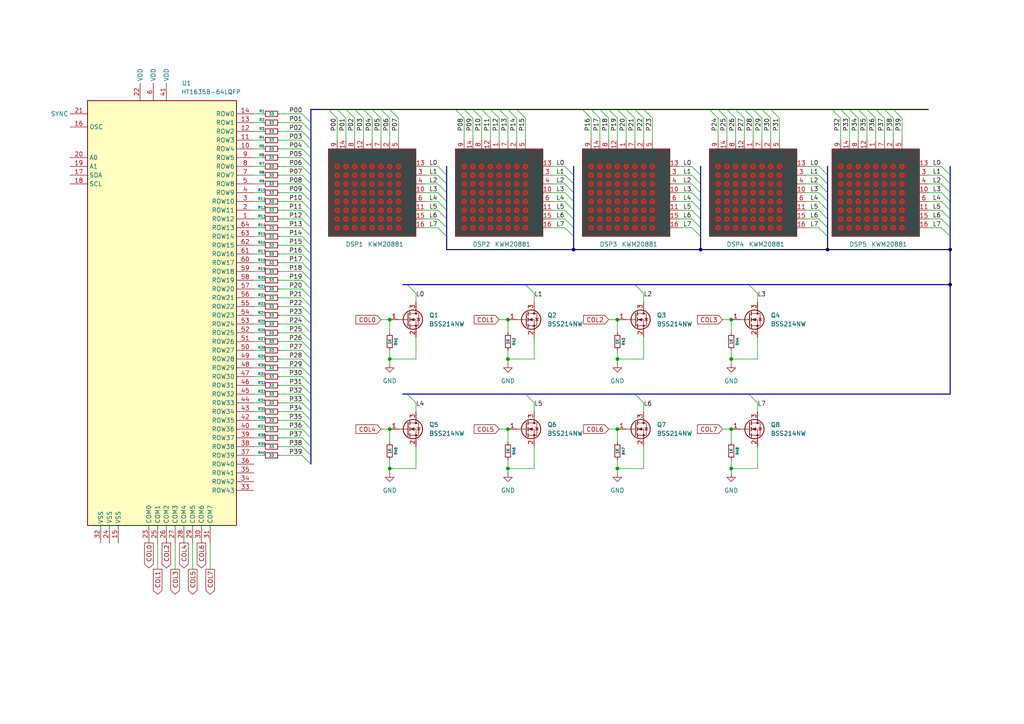
<source format=kicad_sch>
(kicad_sch (version 20250114) (generator "eeschema") (generator_version "9.0")
  (paper "A4")
  (lib_symbols
    (symbol "Device:R_Small" (pin_numbers (hide yes)) (pin_names (offset 0.254) (hide yes))
      (property "Reference" "R" (at 0 0 90))
      (property "Value" "R_Small" (at 1.778 0 90))
      (symbol "R_Small_1_1"
        (pin passive line (at 0 2.54 270) (length 0.762) (name "~") (number "1"))
        (pin passive line (at 0 -2.54 90) (length 0.762) (name "~") (number "2"))
      )
    )
    (symbol "OT-HD:HT1635B-64LQFP"
      (property "Reference" "U" (at -11.43 54.61 0))
      (property "Value" "HT1635B-64LQFP" (at 4.064 74.422 0))
      (symbol "HT1635B-64LQFP_1_0"
        (pin output line (at 17.78 33.02 180) (length 5.08) (name "ROW13") (number "64"))
        (pin output line (at 17.78 30.48 180) (length 5.08) (name "ROW14") (number "63"))
        (pin output line (at 17.78 27.94 180) (length 5.08) (name "ROW15") (number "62"))
        (pin output line (at 17.78 25.4 180) (length 5.08) (name "ROW16") (number "61"))
        (pin output line (at 17.78 22.86 180) (length 5.08) (name "ROW17") (number "60"))
        (pin output line (at 17.78 20.32 180) (length 5.08) (name "ROW18") (number "59"))
        (pin output line (at 17.78 17.78 180) (length 5.08) (name "ROW19") (number "58"))
        (pin output line (at 17.78 15.24 180) (length 5.08) (name "ROW20") (number "57"))
        (pin output line (at 17.78 12.7 180) (length 5.08) (name "ROW21") (number "56"))
        (pin output line (at 17.78 10.16 180) (length 5.08) (name "ROW22") (number "55"))
        (pin output line (at 17.78 7.62 180) (length 5.08) (name "ROW23") (number "54"))
        (pin output line (at 17.78 5.08 180) (length 5.08) (name "ROW24") (number "53"))
      )
      (symbol "HT1635B-64LQFP_1_1"
        (pin bidirectional line (at -35.56 62.23 0) (length 5.08) (name "OSC") (number "16"))
        (pin input line (at -35.56 53.34 0) (length 5.08) (name "A0") (number "20"))
        (pin input line (at -35.56 50.8 0) (length 5.08) (name "A1") (number "19"))
        (pin input line (at -35.56 48.26 0) (length 5.08) (name "SDA") (number "17"))
        (pin input line (at -35.56 45.72 0) (length 5.08) (name "SCL") (number "18"))
        (pin bidirectional line (at -30.48 66.04 180) (length 5.08) (name "SYNC") (number "21"))
        (pin passive line (at -26.67 -58.42 90) (length 5.08) (name "VSS") (number "32"))
        (pin passive line (at -24.13 -58.42 90) (length 5.08) (name "VSS") (number "24"))
        (pin passive line (at -21.59 -58.42 90) (length 5.08) (name "VSS") (number "15"))
        (pin power_in line (at -15.24 69.85 90) (length 5.08) (name "VDD") (number "22"))
        (pin output line (at -12.7 -58.42 90) (length 5.08) (name "COM0") (number "23"))
        (pin power_in line (at -11.43 69.85 90) (length 5.08) (name "VDD") (number "6"))
        (pin output line (at -10.16 -58.42 90) (length 5.08) (name "COM1") (number "25"))
        (pin power_in line (at -7.62 69.85 90) (length 5.08) (name "VDD") (number "41"))
        (pin output line (at -7.62 -58.42 90) (length 5.08) (name "COM2") (number "26"))
        (pin output line (at -5.08 -58.42 90) (length 5.08) (name "COM3") (number "27"))
        (pin output line (at -2.54 -58.42 90) (length 5.08) (name "COM4") (number "28"))
        (pin output line (at 0 -58.42 90) (length 5.08) (name "COM5") (number "29"))
        (pin output line (at 2.54 -58.42 90) (length 5.08) (name "COM6") (number "30"))
        (pin output line (at 5.08 -58.42 90) (length 5.08) (name "COM7") (number "31"))
        (pin output line (at 17.78 66.04 180) (length 5.08) (name "ROW0") (number "14"))
        (pin output line (at 17.78 63.5 180) (length 5.08) (name "ROW1") (number "13"))
        (pin output line (at 17.78 60.96 180) (length 5.08) (name "ROW2") (number "12"))
        (pin output line (at 17.78 58.42 180) (length 5.08) (name "ROW3") (number "11"))
        (pin output line (at 17.78 55.88 180) (length 5.08) (name "ROW4") (number "10"))
        (pin output line (at 17.78 53.34 180) (length 5.08) (name "ROW5") (number "9"))
        (pin output line (at 17.78 50.8 180) (length 5.08) (name "ROW6") (number "8"))
        (pin output line (at 17.78 48.26 180) (length 5.08) (name "ROW7") (number "7"))
        (pin output line (at 17.78 45.72 180) (length 5.08) (name "ROW8") (number "5"))
        (pin output line (at 17.78 43.18 180) (length 5.08) (name "ROW9") (number "4"))
        (pin output line (at 17.78 40.64 180) (length 5.08) (name "ROW10") (number "3"))
        (pin output line (at 17.78 38.1 180) (length 5.08) (name "ROW11") (number "2"))
        (pin output line (at 17.78 35.56 180) (length 5.08) (name "ROW12") (number "1"))
        (pin output line (at 17.78 2.54 180) (length 5.08) (name "ROW25") (number "52"))
        (pin output line (at 17.78 0 180) (length 5.08) (name "ROW26") (number "51"))
        (pin output line (at 17.78 -2.54 180) (length 5.08) (name "ROW27") (number "50"))
        (pin output line (at 17.78 -5.08 180) (length 5.08) (name "ROW28") (number "49"))
        (pin output line (at 17.78 -7.62 180) (length 5.08) (name "ROW29") (number "48"))
        (pin output line (at 17.78 -10.16 180) (length 5.08) (name "ROW30") (number "47"))
        (pin output line (at 17.78 -12.7 180) (length 5.08) (name "ROW31") (number "46"))
        (pin output line (at 17.78 -15.24 180) (length 5.08) (name "ROW32") (number "45"))
        (pin output line (at 17.78 -17.78 180) (length 5.08) (name "ROW33") (number "44"))
        (pin output line (at 17.78 -20.32 180) (length 5.08) (name "ROW34") (number "43"))
        (pin output line (at 17.78 -22.86 180) (length 5.08) (name "ROW35") (number "42"))
        (pin output line (at 17.78 -25.4 180) (length 5.08) (name "ROW36") (number "40"))
        (pin output line (at 17.78 -27.94 180) (length 5.08) (name "ROW37") (number "39"))
        (pin output line (at 17.78 -30.48 180) (length 5.08) (name "ROW38") (number "38"))
        (pin output line (at 17.78 -33.02 180) (length 5.08) (name "ROW39") (number "37"))
        (pin output line (at 17.78 -35.56 180) (length 5.08) (name "ROW40") (number "36"))
        (pin output line (at 17.78 -38.1 180) (length 5.08) (name "ROW41") (number "35"))
        (pin output line (at 17.78 -40.64 180) (length 5.08) (name "ROW42") (number "34"))
        (pin output line (at 17.78 -43.18 180) (length 5.08) (name "ROW43") (number "33"))
      )
    )
    (symbol "OT-HD:KWM-20881"
      (property "Reference" "DSP" (at 0 0 0))
      (property "Value" "KWM20881" (at 0 0 0))
      (symbol "KWM-20881_0_0"
        (pin input line (at 2.54 -1.27 270) (length 2.54) (name "R1") (number "9"))
        (pin input line (at 5.08 -1.27 270) (length 2.54) (name "R2") (number "14"))
        (pin input line (at 7.62 -1.27 270) (length 2.54) (name "R3") (number "8"))
        (pin input line (at 10.16 -1.27 270) (length 2.54) (name "R4") (number "12"))
        (pin input line (at 12.7 -1.27 270) (length 2.54) (name "R5") (number "1"))
        (pin input line (at 15.24 -1.27 270) (length 2.54) (name "R6") (number "7"))
        (pin input line (at 17.78 -1.27 270) (length 2.54) (name "R7") (number "2"))
        (pin input line (at 20.32 -1.27 270) (length 2.54) (name "R8") (number "5"))
        (pin input line (at 27.94 -8.89 180) (length 2.54) (name "C1") (number "13"))
        (pin input line (at 27.94 -11.43 180) (length 2.54) (name "C2") (number "3"))
        (pin input line (at 27.94 -13.97 180) (length 2.54) (name "C3") (number "4"))
        (pin input line (at 27.94 -16.51 180) (length 2.54) (name "C4") (number "10"))
        (pin input line (at 27.94 -19.05 180) (length 2.54) (name "C5") (number "6"))
        (pin input line (at 27.94 -21.59 180) (length 2.54) (name "C6") (number "11"))
        (pin input line (at 27.94 -24.13 180) (length 2.54) (name "C7") (number "15"))
        (pin input line (at 27.94 -26.67 180) (length 2.54) (name "C8") (number "16"))
      )
    )
    (symbol "Transistor_FET:BSS214NW" (pin_names (hide yes))
      (property "Reference" "Q" (at 5.08 1.905 0))
      (property "Value" "BSS214NW" (at 5.08 0 0))
      (symbol "BSS214NW_1_1"
        (pin input line (at -5.08 0 0) (length 2.54) (name "G") (number "1"))
        (pin passive line (at 2.54 5.08 270) (length 2.54) (name "D") (number "3"))
        (pin passive line (at 2.54 -5.08 90) (length 2.54) (name "S") (number "2"))
      )
    )
    (symbol "power:GND" (power) (pin_numbers (hide yes)) (pin_names (offset 0) (hide yes))
      (property "Value" "GND" (at 0 -3.81 0))
      (symbol "GND_1_1"
        (pin power_in line (at 0 0 270) (length 0) (name "~") (number "1"))
      )
    )
  )
  (junction (at 166.37 72.39))
  (junction (at 113.03 135.89))
  (junction (at 179.07 135.89))
  (junction (at 113.03 124.46))
  (junction (at 147.32 92.71))
  (junction (at 179.07 104.14))
  (junction (at 212.09 124.46))
  (junction (at 275.59 82.55))
  (junction (at 113.03 92.71))
  (junction (at 212.09 92.71))
  (junction (at 203.2 72.39))
  (junction (at 275.59 72.39))
  (junction (at 179.07 92.71))
  (junction (at 179.07 124.46))
  (junction (at 147.32 124.46))
  (junction (at 212.09 104.14))
  (junction (at 212.09 135.89))
  (junction (at 113.03 104.14))
  (junction (at 147.32 104.14))
  (junction (at 240.03 72.39))
  (junction (at 147.32 135.89))
  (bus_entry (at 87.63 81.28) (size 2.54 2.54))
  (bus_entry (at 237.49 58.42) (size 2.54 2.54))
  (bus_entry (at 149.86 31.75) (size 2.54 2.54))
  (bus_entry (at 241.3 31.75) (size 2.54 2.54))
  (bus_entry (at 273.05 48.26) (size 2.54 2.54))
  (bus_entry (at 200.66 66.04) (size 2.54 2.54))
  (bus_entry (at 259.08 31.75) (size 2.54 2.54))
  (bus_entry (at 163.83 55.88) (size 2.54 2.54))
  (bus_entry (at 273.05 55.88) (size 2.54 2.54))
  (bus_entry (at 87.63 88.9) (size 2.54 2.54))
  (bus_entry (at 105.41 31.75) (size 2.54 2.54))
  (bus_entry (at 184.15 114.3) (size 2.54 2.54))
  (bus_entry (at 87.63 124.46) (size 2.54 2.54))
  (bus_entry (at 139.7 31.75) (size 2.54 2.54))
  (bus_entry (at 208.28 31.75) (size 2.54 2.54))
  (bus_entry (at 210.82 31.75) (size 2.54 2.54))
  (bus_entry (at 273.05 60.96) (size 2.54 2.54))
  (bus_entry (at 134.62 31.75) (size 2.54 2.54))
  (bus_entry (at 87.63 114.3) (size 2.54 2.54))
  (bus_entry (at 200.66 63.5) (size 2.54 2.54))
  (bus_entry (at 87.63 38.1) (size 2.54 2.54))
  (bus_entry (at 87.63 116.84) (size 2.54 2.54))
  (bus_entry (at 87.63 119.38) (size 2.54 2.54))
  (bus_entry (at 254 31.75) (size 2.54 2.54))
  (bus_entry (at 273.05 58.42) (size 2.54 2.54))
  (bus_entry (at 87.63 63.5) (size 2.54 2.54))
  (bus_entry (at 110.49 31.75) (size 2.54 2.54))
  (bus_entry (at 87.63 73.66) (size 2.54 2.54))
  (bus_entry (at 127 58.42) (size 2.54 2.54))
  (bus_entry (at 87.63 45.72) (size 2.54 2.54))
  (bus_entry (at 163.83 66.04) (size 2.54 2.54))
  (bus_entry (at 87.63 66.04) (size 2.54 2.54))
  (bus_entry (at 137.16 31.75) (size 2.54 2.54))
  (bus_entry (at 184.15 82.55) (size 2.54 2.54))
  (bus_entry (at 87.63 127) (size 2.54 2.54))
  (bus_entry (at 176.53 31.75) (size 2.54 2.54))
  (bus_entry (at 127 66.04) (size 2.54 2.54))
  (bus_entry (at 87.63 104.14) (size 2.54 2.54))
  (bus_entry (at 95.25 31.75) (size 2.54 2.54))
  (bus_entry (at 147.32 31.75) (size 2.54 2.54))
  (bus_entry (at 152.4 82.55) (size 2.54 2.54))
  (bus_entry (at 87.63 83.82) (size 2.54 2.54))
  (bus_entry (at 273.05 63.5) (size 2.54 2.54))
  (bus_entry (at 127 63.5) (size 2.54 2.54))
  (bus_entry (at 173.99 31.75) (size 2.54 2.54))
  (bus_entry (at 243.84 31.75) (size 2.54 2.54))
  (bus_entry (at 186.69 31.75) (size 2.54 2.54))
  (bus_entry (at 132.08 31.75) (size 2.54 2.54))
  (bus_entry (at 200.66 55.88) (size 2.54 2.54))
  (bus_entry (at 87.63 132.08) (size 2.54 2.54))
  (bus_entry (at 200.66 53.34) (size 2.54 2.54))
  (bus_entry (at 87.63 78.74) (size 2.54 2.54))
  (bus_entry (at 87.63 43.18) (size 2.54 2.54))
  (bus_entry (at 179.07 31.75) (size 2.54 2.54))
  (bus_entry (at 168.91 31.75) (size 2.54 2.54))
  (bus_entry (at 237.49 53.34) (size 2.54 2.54))
  (bus_entry (at 87.63 58.42) (size 2.54 2.54))
  (bus_entry (at 163.83 60.96) (size 2.54 2.54))
  (bus_entry (at 87.63 129.54) (size 2.54 2.54))
  (bus_entry (at 127 50.8) (size 2.54 2.54))
  (bus_entry (at 127 48.26) (size 2.54 2.54))
  (bus_entry (at 87.63 60.96) (size 2.54 2.54))
  (bus_entry (at 87.63 86.36) (size 2.54 2.54))
  (bus_entry (at 144.78 31.75) (size 2.54 2.54))
  (bus_entry (at 113.03 31.75) (size 2.54 2.54))
  (bus_entry (at 87.63 53.34) (size 2.54 2.54))
  (bus_entry (at 87.63 91.44) (size 2.54 2.54))
  (bus_entry (at 200.66 50.8) (size 2.54 2.54))
  (bus_entry (at 200.66 58.42) (size 2.54 2.54))
  (bus_entry (at 163.83 63.5) (size 2.54 2.54))
  (bus_entry (at 87.63 96.52) (size 2.54 2.54))
  (bus_entry (at 87.63 93.98) (size 2.54 2.54))
  (bus_entry (at 248.92 31.75) (size 2.54 2.54))
  (bus_entry (at 127 60.96) (size 2.54 2.54))
  (bus_entry (at 87.63 48.26) (size 2.54 2.54))
  (bus_entry (at 163.83 48.26) (size 2.54 2.54))
  (bus_entry (at 184.15 31.75) (size 2.54 2.54))
  (bus_entry (at 246.38 31.75) (size 2.54 2.54))
  (bus_entry (at 107.95 31.75) (size 2.54 2.54))
  (bus_entry (at 217.17 82.55) (size 2.54 2.54))
  (bus_entry (at 127 55.88) (size 2.54 2.54))
  (bus_entry (at 87.63 106.68) (size 2.54 2.54))
  (bus_entry (at 163.83 58.42) (size 2.54 2.54))
  (bus_entry (at 87.63 50.8) (size 2.54 2.54))
  (bus_entry (at 237.49 60.96) (size 2.54 2.54))
  (bus_entry (at 215.9 31.75) (size 2.54 2.54))
  (bus_entry (at 237.49 66.04) (size 2.54 2.54))
  (bus_entry (at 200.66 48.26) (size 2.54 2.54))
  (bus_entry (at 118.11 114.3) (size 2.54 2.54))
  (bus_entry (at 237.49 50.8) (size 2.54 2.54))
  (bus_entry (at 87.63 68.58) (size 2.54 2.54))
  (bus_entry (at 237.49 48.26) (size 2.54 2.54))
  (bus_entry (at 118.11 82.55) (size 2.54 2.54))
  (bus_entry (at 87.63 33.02) (size 2.54 2.54))
  (bus_entry (at 251.46 31.75) (size 2.54 2.54))
  (bus_entry (at 220.98 31.75) (size 2.54 2.54))
  (bus_entry (at 217.17 114.3) (size 2.54 2.54))
  (bus_entry (at 237.49 55.88) (size 2.54 2.54))
  (bus_entry (at 237.49 63.5) (size 2.54 2.54))
  (bus_entry (at 87.63 99.06) (size 2.54 2.54))
  (bus_entry (at 102.87 31.75) (size 2.54 2.54))
  (bus_entry (at 100.33 31.75) (size 2.54 2.54))
  (bus_entry (at 87.63 40.64) (size 2.54 2.54))
  (bus_entry (at 127 53.34) (size 2.54 2.54))
  (bus_entry (at 87.63 101.6) (size 2.54 2.54))
  (bus_entry (at 87.63 109.22) (size 2.54 2.54))
  (bus_entry (at 142.24 31.75) (size 2.54 2.54))
  (bus_entry (at 87.63 121.92) (size 2.54 2.54))
  (bus_entry (at 171.45 31.75) (size 2.54 2.54))
  (bus_entry (at 152.4 114.3) (size 2.54 2.54))
  (bus_entry (at 87.63 111.76) (size 2.54 2.54))
  (bus_entry (at 97.79 31.75) (size 2.54 2.54))
  (bus_entry (at 273.05 53.34) (size 2.54 2.54))
  (bus_entry (at 181.61 31.75) (size 2.54 2.54))
  (bus_entry (at 163.83 53.34) (size 2.54 2.54))
  (bus_entry (at 87.63 35.56) (size 2.54 2.54))
  (bus_entry (at 213.36 31.75) (size 2.54 2.54))
  (bus_entry (at 273.05 66.04) (size 2.54 2.54))
  (bus_entry (at 163.83 50.8) (size 2.54 2.54))
  (bus_entry (at 87.63 71.12) (size 2.54 2.54))
  (bus_entry (at 87.63 55.88) (size 2.54 2.54))
  (bus_entry (at 256.54 31.75) (size 2.54 2.54))
  (bus_entry (at 218.44 31.75) (size 2.54 2.54))
  (bus_entry (at 223.52 31.75) (size 2.54 2.54))
  (bus_entry (at 273.05 50.8) (size 2.54 2.54))
  (bus_entry (at 87.63 76.2) (size 2.54 2.54))
  (bus_entry (at 205.74 31.75) (size 2.54 2.54))
  (bus_entry (at 200.66 60.96) (size 2.54 2.54))
  (bus (pts (xy 203.2 55.88) (xy 203.2 58.42)))
  (wire (pts (xy 76.2 96.52) (xy 73.66 96.52)))
  (bus (pts (xy 102.87 31.75) (xy 105.41 31.75)))
  (wire (pts (xy 248.92 34.29) (xy 248.92 40.64)))
  (bus (pts (xy 184.15 82.55) (xy 217.17 82.55)))
  (wire (pts (xy 76.2 58.42) (xy 73.66 58.42)))
  (wire (pts (xy 220.98 34.29) (xy 220.98 40.64)))
  (wire (pts (xy 120.65 116.84) (xy 120.65 119.38)))
  (wire (pts (xy 76.2 121.92) (xy 73.66 121.92)))
  (wire (pts (xy 196.85 58.42) (xy 200.66 58.42)))
  (wire (pts (xy 76.2 116.84) (xy 73.66 116.84)))
  (wire (pts (xy 81.28 99.06) (xy 87.63 99.06)))
  (wire (pts (xy 76.2 45.72) (xy 73.66 45.72)))
  (wire (pts (xy 212.09 92.71) (xy 212.09 96.52)))
  (wire (pts (xy 76.2 109.22) (xy 73.66 109.22)))
  (bus (pts (xy 166.37 55.88) (xy 166.37 58.42)))
  (bus (pts (xy 90.17 40.64) (xy 90.17 43.18)))
  (wire (pts (xy 76.2 99.06) (xy 73.66 99.06)))
  (wire (pts (xy 154.94 129.54) (xy 154.94 135.89)))
  (wire (pts (xy 233.68 66.04) (xy 237.49 66.04)))
  (bus (pts (xy 217.17 82.55) (xy 275.59 82.55)))
  (bus (pts (xy 166.37 58.42) (xy 166.37 60.96)))
  (bus (pts (xy 90.17 50.8) (xy 90.17 53.34)))
  (wire (pts (xy 179.07 92.71) (xy 179.07 96.52)))
  (wire (pts (xy 76.2 50.8) (xy 73.66 50.8)))
  (wire (pts (xy 123.19 55.88) (xy 127 55.88)))
  (wire (pts (xy 81.28 50.8) (xy 87.63 50.8)))
  (bus (pts (xy 129.54 68.58) (xy 129.54 72.39)))
  (wire (pts (xy 76.2 93.98) (xy 73.66 93.98)))
  (wire (pts (xy 81.28 38.1) (xy 87.63 38.1)))
  (bus (pts (xy 142.24 31.75) (xy 144.78 31.75)))
  (wire (pts (xy 81.28 101.6) (xy 87.63 101.6)))
  (wire (pts (xy 100.33 34.29) (xy 100.33 40.64)))
  (bus (pts (xy 275.59 60.96) (xy 275.59 63.5)))
  (bus (pts (xy 134.62 31.75) (xy 137.16 31.75)))
  (wire (pts (xy 81.28 104.14) (xy 87.63 104.14)))
  (wire (pts (xy 147.32 124.46) (xy 147.32 128.27)))
  (bus (pts (xy 275.59 58.42) (xy 275.59 60.96)))
  (bus (pts (xy 275.59 55.88) (xy 275.59 58.42)))
  (bus (pts (xy 90.17 78.74) (xy 90.17 81.28)))
  (bus (pts (xy 90.17 101.6) (xy 90.17 104.14)))
  (bus (pts (xy 113.03 31.75) (xy 132.08 31.75)))
  (wire (pts (xy 176.53 34.29) (xy 176.53 40.64)))
  (bus (pts (xy 110.49 31.75) (xy 113.03 31.75)))
  (wire (pts (xy 269.24 48.26) (xy 273.05 48.26)))
  (wire (pts (xy 269.24 55.88) (xy 273.05 55.88)))
  (wire (pts (xy 226.06 34.29) (xy 226.06 40.64)))
  (bus (pts (xy 90.17 71.12) (xy 90.17 73.66)))
  (wire (pts (xy 81.28 71.12) (xy 87.63 71.12)))
  (wire (pts (xy 76.2 76.2) (xy 73.66 76.2)))
  (wire (pts (xy 173.99 34.29) (xy 173.99 40.64)))
  (bus (pts (xy 90.17 86.36) (xy 90.17 88.9)))
  (bus (pts (xy 90.17 111.76) (xy 90.17 114.3)))
  (wire (pts (xy 76.2 119.38) (xy 73.66 119.38)))
  (bus (pts (xy 275.59 72.39) (xy 275.59 82.55)))
  (bus (pts (xy 90.17 58.42) (xy 90.17 60.96)))
  (wire (pts (xy 115.57 34.29) (xy 115.57 40.64)))
  (wire (pts (xy 144.78 34.29) (xy 144.78 40.64)))
  (wire (pts (xy 76.2 81.28) (xy 73.66 81.28)))
  (wire (pts (xy 76.2 43.18) (xy 73.66 43.18)))
  (wire (pts (xy 147.32 34.29) (xy 147.32 40.64)))
  (wire (pts (xy 208.28 34.29) (xy 208.28 40.64)))
  (bus (pts (xy 240.03 53.34) (xy 240.03 55.88)))
  (wire (pts (xy 81.28 119.38) (xy 87.63 119.38)))
  (bus (pts (xy 218.44 31.75) (xy 220.98 31.75)))
  (wire (pts (xy 212.09 137.16) (xy 212.09 135.89)))
  (bus (pts (xy 240.03 66.04) (xy 240.03 68.58)))
  (wire (pts (xy 81.28 129.54) (xy 87.63 129.54)))
  (bus (pts (xy 116.84 114.3) (xy 118.11 114.3)))
  (wire (pts (xy 186.69 97.79) (xy 186.69 104.14)))
  (wire (pts (xy 113.03 124.46) (xy 113.03 128.27)))
  (wire (pts (xy 76.2 83.82) (xy 73.66 83.82)))
  (bus (pts (xy 240.03 55.88) (xy 240.03 58.42)))
  (wire (pts (xy 149.86 34.29) (xy 149.86 40.64)))
  (bus (pts (xy 240.03 50.8) (xy 240.03 53.34)))
  (bus (pts (xy 90.17 76.2) (xy 90.17 78.74)))
  (bus (pts (xy 166.37 48.26) (xy 166.37 50.8)))
  (wire (pts (xy 81.28 76.2) (xy 87.63 76.2)))
  (wire (pts (xy 81.28 106.68) (xy 87.63 106.68)))
  (wire (pts (xy 81.28 81.28) (xy 87.63 81.28)))
  (bus (pts (xy 203.2 72.39) (xy 240.03 72.39)))
  (bus (pts (xy 90.17 129.54) (xy 90.17 132.08)))
  (wire (pts (xy 176.53 92.71) (xy 179.07 92.71)))
  (wire (pts (xy 269.24 53.34) (xy 273.05 53.34)))
  (wire (pts (xy 76.2 40.64) (xy 73.66 40.64)))
  (bus (pts (xy 129.54 53.34) (xy 129.54 55.88)))
  (bus (pts (xy 213.36 31.75) (xy 215.9 31.75)))
  (wire (pts (xy 76.2 53.34) (xy 73.66 53.34)))
  (bus (pts (xy 90.17 93.98) (xy 90.17 96.52)))
  (wire (pts (xy 60.96 165.1) (xy 60.96 157.48)))
  (bus (pts (xy 176.53 31.75) (xy 179.07 31.75)))
  (bus (pts (xy 90.17 96.52) (xy 90.17 99.06)))
  (wire (pts (xy 212.09 104.14) (xy 212.09 101.6)))
  (wire (pts (xy 81.28 40.64) (xy 87.63 40.64)))
  (wire (pts (xy 81.28 55.88) (xy 87.63 55.88)))
  (bus (pts (xy 129.54 60.96) (xy 129.54 63.5)))
  (wire (pts (xy 113.03 92.71) (xy 113.03 96.52)))
  (bus (pts (xy 275.59 63.5) (xy 275.59 66.04)))
  (wire (pts (xy 81.28 127) (xy 87.63 127)))
  (bus (pts (xy 137.16 31.75) (xy 139.7 31.75)))
  (wire (pts (xy 219.71 104.14) (xy 212.09 104.14)))
  (wire (pts (xy 160.02 48.26) (xy 163.83 48.26)))
  (bus (pts (xy 240.03 63.5) (xy 240.03 66.04)))
  (wire (pts (xy 81.28 111.76) (xy 87.63 111.76)))
  (wire (pts (xy 219.71 135.89) (xy 212.09 135.89)))
  (wire (pts (xy 81.28 33.02) (xy 87.63 33.02)))
  (wire (pts (xy 45.72 165.1) (xy 45.72 157.48)))
  (bus (pts (xy 107.95 31.75) (xy 110.49 31.75)))
  (wire (pts (xy 76.2 48.26) (xy 73.66 48.26)))
  (wire (pts (xy 81.28 109.22) (xy 87.63 109.22)))
  (bus (pts (xy 203.2 68.58) (xy 203.2 72.39)))
  (bus (pts (xy 240.03 58.42) (xy 240.03 60.96)))
  (wire (pts (xy 179.07 105.41) (xy 179.07 104.14)))
  (wire (pts (xy 76.2 91.44) (xy 73.66 91.44)))
  (wire (pts (xy 76.2 104.14) (xy 73.66 104.14)))
  (bus (pts (xy 203.2 58.42) (xy 203.2 60.96)))
  (bus (pts (xy 168.91 31.75) (xy 171.45 31.75)))
  (wire (pts (xy 123.19 48.26) (xy 127 48.26)))
  (bus (pts (xy 205.74 31.75) (xy 208.28 31.75)))
  (bus (pts (xy 90.17 31.75) (xy 95.25 31.75)))
  (wire (pts (xy 76.2 124.46) (xy 73.66 124.46)))
  (wire (pts (xy 76.2 60.96) (xy 73.66 60.96)))
  (wire (pts (xy 269.24 58.42) (xy 273.05 58.42)))
  (bus (pts (xy 166.37 60.96) (xy 166.37 63.5)))
  (bus (pts (xy 275.59 50.8) (xy 275.59 53.34)))
  (wire (pts (xy 123.19 66.04) (xy 127 66.04)))
  (bus (pts (xy 275.59 82.55) (xy 275.59 114.3)))
  (bus (pts (xy 132.08 31.75) (xy 134.62 31.75)))
  (wire (pts (xy 147.32 105.41) (xy 147.32 104.14)))
  (wire (pts (xy 81.28 43.18) (xy 87.63 43.18)))
  (bus (pts (xy 166.37 53.34) (xy 166.37 55.88)))
  (wire (pts (xy 81.28 91.44) (xy 87.63 91.44)))
  (wire (pts (xy 76.2 129.54) (xy 73.66 129.54)))
  (bus (pts (xy 210.82 31.75) (xy 213.36 31.75)))
  (wire (pts (xy 102.87 34.29) (xy 102.87 40.64)))
  (wire (pts (xy 76.2 71.12) (xy 73.66 71.12)))
  (wire (pts (xy 196.85 48.26) (xy 200.66 48.26)))
  (wire (pts (xy 160.02 60.96) (xy 163.83 60.96)))
  (wire (pts (xy 76.2 38.1) (xy 73.66 38.1)))
  (bus (pts (xy 208.28 31.75) (xy 210.82 31.75)))
  (wire (pts (xy 81.28 88.9) (xy 87.63 88.9)))
  (wire (pts (xy 76.2 132.08) (xy 73.66 132.08)))
  (wire (pts (xy 181.61 34.29) (xy 181.61 40.64)))
  (wire (pts (xy 123.19 53.34) (xy 127 53.34)))
  (bus (pts (xy 166.37 63.5) (xy 166.37 66.04)))
  (bus (pts (xy 90.17 121.92) (xy 90.17 124.46)))
  (wire (pts (xy 113.03 135.89) (xy 113.03 133.35)))
  (bus (pts (xy 90.17 114.3) (xy 90.17 116.84)))
  (wire (pts (xy 196.85 50.8) (xy 200.66 50.8)))
  (wire (pts (xy 81.28 48.26) (xy 87.63 48.26)))
  (wire (pts (xy 233.68 53.34) (xy 237.49 53.34)))
  (bus (pts (xy 90.17 68.58) (xy 90.17 71.12)))
  (wire (pts (xy 81.28 73.66) (xy 87.63 73.66)))
  (bus (pts (xy 90.17 63.5) (xy 90.17 66.04)))
  (bus (pts (xy 90.17 43.18) (xy 90.17 45.72)))
  (wire (pts (xy 154.94 97.79) (xy 154.94 104.14)))
  (wire (pts (xy 179.07 34.29) (xy 179.07 40.64)))
  (wire (pts (xy 76.2 111.76) (xy 73.66 111.76)))
  (wire (pts (xy 113.03 34.29) (xy 113.03 40.64)))
  (bus (pts (xy 220.98 31.75) (xy 223.52 31.75)))
  (bus (pts (xy 90.17 124.46) (xy 90.17 127)))
  (bus (pts (xy 90.17 48.26) (xy 90.17 50.8)))
  (wire (pts (xy 219.71 85.09) (xy 219.71 87.63)))
  (wire (pts (xy 269.24 60.96) (xy 273.05 60.96)))
  (wire (pts (xy 196.85 66.04) (xy 200.66 66.04)))
  (bus (pts (xy 90.17 91.44) (xy 90.17 93.98)))
  (wire (pts (xy 123.19 60.96) (xy 127 60.96)))
  (bus (pts (xy 240.03 68.58) (xy 240.03 72.39)))
  (wire (pts (xy 147.32 104.14) (xy 147.32 101.6)))
  (wire (pts (xy 186.69 116.84) (xy 186.69 119.38)))
  (bus (pts (xy 90.17 119.38) (xy 90.17 121.92)))
  (wire (pts (xy 120.65 129.54) (xy 120.65 135.89)))
  (wire (pts (xy 154.94 116.84) (xy 154.94 119.38)))
  (wire (pts (xy 179.07 135.89) (xy 179.07 133.35)))
  (wire (pts (xy 76.2 86.36) (xy 73.66 86.36)))
  (bus (pts (xy 147.32 31.75) (xy 149.86 31.75)))
  (wire (pts (xy 76.2 78.74) (xy 73.66 78.74)))
  (bus (pts (xy 95.25 31.75) (xy 97.79 31.75)))
  (wire (pts (xy 233.68 55.88) (xy 237.49 55.88)))
  (bus (pts (xy 129.54 55.88) (xy 129.54 58.42)))
  (wire (pts (xy 233.68 63.5) (xy 237.49 63.5)))
  (wire (pts (xy 243.84 34.29) (xy 243.84 40.64)))
  (wire (pts (xy 233.68 50.8) (xy 237.49 50.8)))
  (wire (pts (xy 154.94 85.09) (xy 154.94 87.63)))
  (wire (pts (xy 219.71 116.84) (xy 219.71 119.38)))
  (wire (pts (xy 213.36 34.29) (xy 213.36 40.64)))
  (bus (pts (xy 223.52 31.75) (xy 241.3 31.75)))
  (wire (pts (xy 160.02 66.04) (xy 163.83 66.04)))
  (bus (pts (xy 100.33 31.75) (xy 102.87 31.75)))
  (wire (pts (xy 110.49 92.71) (xy 113.03 92.71)))
  (wire (pts (xy 81.28 93.98) (xy 87.63 93.98)))
  (bus (pts (xy 129.54 48.26) (xy 129.54 50.8)))
  (bus (pts (xy 243.84 31.75) (xy 246.38 31.75)))
  (bus (pts (xy 90.17 66.04) (xy 90.17 68.58)))
  (wire (pts (xy 269.24 63.5) (xy 273.05 63.5)))
  (wire (pts (xy 110.49 34.29) (xy 110.49 40.64)))
  (bus (pts (xy 129.54 72.39) (xy 166.37 72.39)))
  (wire (pts (xy 160.02 55.88) (xy 163.83 55.88)))
  (wire (pts (xy 113.03 137.16) (xy 113.03 135.89)))
  (bus (pts (xy 166.37 72.39) (xy 203.2 72.39)))
  (wire (pts (xy 76.2 33.02) (xy 73.66 33.02)))
  (wire (pts (xy 81.28 60.96) (xy 87.63 60.96)))
  (bus (pts (xy 203.2 48.26) (xy 203.2 50.8)))
  (bus (pts (xy 275.59 53.34) (xy 275.59 55.88)))
  (wire (pts (xy 81.28 53.34) (xy 87.63 53.34)))
  (bus (pts (xy 184.15 31.75) (xy 186.69 31.75)))
  (wire (pts (xy 81.28 114.3) (xy 87.63 114.3)))
  (bus (pts (xy 90.17 73.66) (xy 90.17 76.2)))
  (bus (pts (xy 90.17 55.88) (xy 90.17 58.42)))
  (wire (pts (xy 123.19 50.8) (xy 127 50.8)))
  (bus (pts (xy 203.2 50.8) (xy 203.2 53.34)))
  (wire (pts (xy 81.28 116.84) (xy 87.63 116.84)))
  (bus (pts (xy 256.54 31.75) (xy 259.08 31.75)))
  (wire (pts (xy 81.28 35.56) (xy 87.63 35.56)))
  (wire (pts (xy 76.2 73.66) (xy 73.66 73.66)))
  (wire (pts (xy 160.02 53.34) (xy 163.83 53.34)))
  (wire (pts (xy 81.28 83.82) (xy 87.63 83.82)))
  (wire (pts (xy 81.28 121.92) (xy 87.63 121.92)))
  (wire (pts (xy 152.4 34.29) (xy 152.4 40.64)))
  (bus (pts (xy 90.17 53.34) (xy 90.17 55.88)))
  (wire (pts (xy 76.2 55.88) (xy 73.66 55.88)))
  (bus (pts (xy 90.17 132.08) (xy 90.17 134.62)))
  (wire (pts (xy 212.09 124.46) (xy 212.09 128.27)))
  (bus (pts (xy 275.59 68.58) (xy 275.59 72.39)))
  (bus (pts (xy 90.17 127) (xy 90.17 129.54)))
  (wire (pts (xy 219.71 129.54) (xy 219.71 135.89)))
  (bus (pts (xy 240.03 48.26) (xy 240.03 50.8)))
  (wire (pts (xy 218.44 34.29) (xy 218.44 40.64)))
  (wire (pts (xy 179.07 104.14) (xy 179.07 101.6)))
  (wire (pts (xy 76.2 63.5) (xy 73.66 63.5)))
  (wire (pts (xy 147.32 92.71) (xy 147.32 96.52)))
  (bus (pts (xy 118.11 114.3) (xy 152.4 114.3)))
  (wire (pts (xy 81.28 124.46) (xy 87.63 124.46)))
  (bus (pts (xy 215.9 31.75) (xy 218.44 31.75)))
  (bus (pts (xy 251.46 31.75) (xy 254 31.75)))
  (wire (pts (xy 76.2 35.56) (xy 73.66 35.56)))
  (wire (pts (xy 196.85 60.96) (xy 200.66 60.96)))
  (wire (pts (xy 210.82 34.29) (xy 210.82 40.64)))
  (bus (pts (xy 90.17 116.84) (xy 90.17 119.38)))
  (wire (pts (xy 186.69 129.54) (xy 186.69 135.89)))
  (wire (pts (xy 137.16 34.29) (xy 137.16 40.64)))
  (wire (pts (xy 212.09 135.89) (xy 212.09 133.35)))
  (wire (pts (xy 261.62 34.29) (xy 261.62 40.64)))
  (wire (pts (xy 256.54 34.29) (xy 256.54 40.64)))
  (bus (pts (xy 90.17 38.1) (xy 90.17 40.64)))
  (wire (pts (xy 139.7 34.29) (xy 139.7 40.64)))
  (wire (pts (xy 212.09 105.41) (xy 212.09 104.14)))
  (wire (pts (xy 123.19 58.42) (xy 127 58.42)))
  (wire (pts (xy 120.65 104.14) (xy 113.03 104.14)))
  (wire (pts (xy 81.28 96.52) (xy 87.63 96.52)))
  (wire (pts (xy 55.88 165.1) (xy 55.88 157.48)))
  (bus (pts (xy 144.78 31.75) (xy 147.32 31.75)))
  (wire (pts (xy 76.2 88.9) (xy 73.66 88.9)))
  (bus (pts (xy 90.17 83.82) (xy 90.17 86.36)))
  (wire (pts (xy 233.68 58.42) (xy 237.49 58.42)))
  (bus (pts (xy 186.69 31.75) (xy 205.74 31.75)))
  (bus (pts (xy 275.59 66.04) (xy 275.59 68.58)))
  (bus (pts (xy 118.11 82.55) (xy 152.4 82.55)))
  (bus (pts (xy 129.54 66.04) (xy 129.54 68.58)))
  (wire (pts (xy 189.23 34.29) (xy 189.23 40.64)))
  (wire (pts (xy 196.85 55.88) (xy 200.66 55.88)))
  (bus (pts (xy 139.7 31.75) (xy 142.24 31.75)))
  (wire (pts (xy 113.03 105.41) (xy 113.03 104.14)))
  (wire (pts (xy 142.24 34.29) (xy 142.24 40.64)))
  (wire (pts (xy 154.94 135.89) (xy 147.32 135.89)))
  (wire (pts (xy 81.28 78.74) (xy 87.63 78.74)))
  (wire (pts (xy 196.85 53.34) (xy 200.66 53.34)))
  (wire (pts (xy 76.2 101.6) (xy 73.66 101.6)))
  (wire (pts (xy 259.08 34.29) (xy 259.08 40.64)))
  (wire (pts (xy 209.55 124.46) (xy 212.09 124.46)))
  (bus (pts (xy 171.45 31.75) (xy 173.99 31.75)))
  (bus (pts (xy 275.59 48.26) (xy 275.59 50.8)))
  (wire (pts (xy 233.68 60.96) (xy 237.49 60.96)))
  (wire (pts (xy 179.07 137.16) (xy 179.07 135.89)))
  (bus (pts (xy 166.37 50.8) (xy 166.37 53.34)))
  (wire (pts (xy 81.28 68.58) (xy 87.63 68.58)))
  (wire (pts (xy 81.28 45.72) (xy 87.63 45.72)))
  (wire (pts (xy 186.69 104.14) (xy 179.07 104.14)))
  (bus (pts (xy 179.07 31.75) (xy 181.61 31.75)))
  (wire (pts (xy 123.19 63.5) (xy 127 63.5)))
  (wire (pts (xy 76.2 66.04) (xy 73.66 66.04)))
  (wire (pts (xy 223.52 34.29) (xy 223.52 40.64)))
  (wire (pts (xy 219.71 97.79) (xy 219.71 104.14)))
  (bus (pts (xy 240.03 72.39) (xy 275.59 72.39)))
  (wire (pts (xy 76.2 114.3) (xy 73.66 114.3)))
  (bus (pts (xy 217.17 114.3) (xy 275.59 114.3)))
  (bus (pts (xy 129.54 50.8) (xy 129.54 53.34)))
  (wire (pts (xy 160.02 58.42) (xy 163.83 58.42)))
  (wire (pts (xy 81.28 86.36) (xy 87.63 86.36)))
  (wire (pts (xy 176.53 124.46) (xy 179.07 124.46)))
  (bus (pts (xy 203.2 53.34) (xy 203.2 55.88)))
  (bus (pts (xy 90.17 88.9) (xy 90.17 91.44)))
  (bus (pts (xy 203.2 63.5) (xy 203.2 66.04)))
  (bus (pts (xy 173.99 31.75) (xy 176.53 31.75)))
  (bus (pts (xy 97.79 31.75) (xy 100.33 31.75)))
  (wire (pts (xy 184.15 34.29) (xy 184.15 40.64)))
  (bus (pts (xy 90.17 109.22) (xy 90.17 111.76)))
  (wire (pts (xy 76.2 127) (xy 73.66 127)))
  (bus (pts (xy 90.17 60.96) (xy 90.17 63.5)))
  (wire (pts (xy 81.28 63.5) (xy 87.63 63.5)))
  (wire (pts (xy 251.46 34.29) (xy 251.46 40.64)))
  (bus (pts (xy 90.17 106.68) (xy 90.17 109.22)))
  (bus (pts (xy 90.17 81.28) (xy 90.17 83.82)))
  (bus (pts (xy 259.08 31.75) (xy 269.24 31.75)))
  (wire (pts (xy 196.85 63.5) (xy 200.66 63.5)))
  (wire (pts (xy 154.94 104.14) (xy 147.32 104.14)))
  (wire (pts (xy 120.65 85.09) (xy 120.65 87.63)))
  (wire (pts (xy 160.02 63.5) (xy 163.83 63.5)))
  (wire (pts (xy 144.78 92.71) (xy 147.32 92.71)))
  (wire (pts (xy 269.24 66.04) (xy 273.05 66.04)))
  (wire (pts (xy 209.55 92.71) (xy 212.09 92.71)))
  (bus (pts (xy 90.17 35.56) (xy 90.17 38.1)))
  (bus (pts (xy 241.3 31.75) (xy 243.84 31.75)))
  (wire (pts (xy 171.45 34.29) (xy 171.45 40.64)))
  (wire (pts (xy 113.03 104.14) (xy 113.03 101.6)))
  (bus (pts (xy 116.84 82.55) (xy 118.11 82.55)))
  (wire (pts (xy 76.2 106.68) (xy 73.66 106.68)))
  (wire (pts (xy 233.68 48.26) (xy 237.49 48.26)))
  (wire (pts (xy 50.8 165.1) (xy 50.8 157.48)))
  (bus (pts (xy 203.2 60.96) (xy 203.2 63.5)))
  (bus (pts (xy 152.4 114.3) (xy 184.15 114.3)))
  (bus (pts (xy 149.86 31.75) (xy 168.91 31.75)))
  (bus (pts (xy 90.17 45.72) (xy 90.17 48.26)))
  (wire (pts (xy 144.78 124.46) (xy 147.32 124.46)))
  (wire (pts (xy 110.49 124.46) (xy 113.03 124.46)))
  (bus (pts (xy 166.37 66.04) (xy 166.37 68.58)))
  (bus (pts (xy 248.92 31.75) (xy 251.46 31.75)))
  (wire (pts (xy 246.38 34.29) (xy 246.38 40.64)))
  (wire (pts (xy 81.28 58.42) (xy 87.63 58.42)))
  (bus (pts (xy 90.17 99.06) (xy 90.17 101.6)))
  (wire (pts (xy 254 34.29) (xy 254 40.64)))
  (wire (pts (xy 134.62 34.29) (xy 134.62 40.64)))
  (wire (pts (xy 107.95 34.29) (xy 107.95 40.64)))
  (wire (pts (xy 186.69 135.89) (xy 179.07 135.89)))
  (bus (pts (xy 129.54 63.5) (xy 129.54 66.04)))
  (wire (pts (xy 105.41 34.29) (xy 105.41 40.64)))
  (wire (pts (xy 186.69 34.29) (xy 186.69 40.64)))
  (bus (pts (xy 203.2 66.04) (xy 203.2 68.58)))
  (wire (pts (xy 179.07 124.46) (xy 179.07 128.27)))
  (wire (pts (xy 215.9 34.29) (xy 215.9 40.64)))
  (wire (pts (xy 186.69 85.09) (xy 186.69 87.63)))
  (bus (pts (xy 181.61 31.75) (xy 184.15 31.75)))
  (wire (pts (xy 81.28 132.08) (xy 87.63 132.08)))
  (wire (pts (xy 120.65 97.79) (xy 120.65 104.14)))
  (wire (pts (xy 97.79 34.29) (xy 97.79 40.64)))
  (bus (pts (xy 254 31.75) (xy 256.54 31.75)))
  (wire (pts (xy 147.32 135.89) (xy 147.32 133.35)))
  (bus (pts (xy 246.38 31.75) (xy 248.92 31.75)))
  (wire (pts (xy 81.28 66.04) (xy 87.63 66.04)))
  (bus (pts (xy 90.17 31.75) (xy 90.17 35.56)))
  (bus (pts (xy 166.37 68.58) (xy 166.37 72.39)))
  (wire (pts (xy 76.2 68.58) (xy 73.66 68.58)))
  (wire (pts (xy 120.65 135.89) (xy 113.03 135.89)))
  (bus (pts (xy 129.54 58.42) (xy 129.54 60.96)))
  (bus (pts (xy 184.15 114.3) (xy 217.17 114.3)))
  (bus (pts (xy 105.41 31.75) (xy 107.95 31.75)))
  (bus (pts (xy 90.17 104.14) (xy 90.17 106.68)))
  (bus (pts (xy 240.03 60.96) (xy 240.03 63.5)))
  (wire (pts (xy 147.32 137.16) (xy 147.32 135.89)))
  (bus (pts (xy 152.4 82.55) (xy 184.15 82.55)))
  (wire (pts (xy 269.24 50.8) (xy 273.05 50.8)))
  (wire (pts (xy 160.02 50.8) (xy 163.83 50.8)))
  (label "P22" (at 186.69 38.1 90))
  (label "P25" (at 83.82 96.52 0))
  (label "P24" (at 83.82 93.98 0))
  (label "P30" (at 223.52 38.1 90))
  (label "P31" (at 226.06 38.1 90))
  (label "L7" (at 234.95 66.04 0))
  (label "L4" (at 270.51 58.42 0))
  (label "L1" (at 154.94 86.36 0))
  (label "L4" (at 234.95 58.42 0))
  (label "P28" (at 83.82 104.14 0))
  (label "P03" (at 105.41 38.1 90))
  (label "P07" (at 115.57 38.1 90))
  (label "L4" (at 124.46 58.42 0))
  (label "L2" (at 186.69 86.36 0))
  (label "P16" (at 171.45 38.1 90))
  (label "L5" (at 270.51 60.96 0))
  (label "P01" (at 83.82 35.56 0))
  (label "P23" (at 83.82 91.44 0))
  (label "L0" (at 270.51 48.26 0))
  (label "P11" (at 142.24 38.1 90))
  (label "L1" (at 198.12 50.8 0))
  (label "P09" (at 83.82 55.88 0))
  (label "L2" (at 124.46 53.34 0))
  (label "P33" (at 246.38 38.1 90))
  (label "P08" (at 134.62 38.1 90))
  (label "P38" (at 83.82 129.54 0))
  (label "L3" (at 219.71 86.36 0))
  (label "P21" (at 184.15 38.1 90))
  (label "P36" (at 254 38.1 90))
  (label "P17" (at 83.82 76.2 0))
  (label "L6" (at 186.69 118.11 0))
  (label "L1" (at 161.29 50.8 0))
  (label "P19" (at 179.07 38.1 90))
  (label "P20" (at 181.61 38.1 90))
  (label "L3" (at 234.95 55.88 0))
  (label "P12" (at 83.82 63.5 0))
  (label "L6" (at 124.46 63.5 0))
  (label "P33" (at 83.82 116.84 0))
  (label "L7" (at 198.12 66.04 0))
  (label "P23" (at 189.23 38.1 90))
  (label "P21" (at 83.82 86.36 0))
  (label "P02" (at 102.87 38.1 90))
  (label "L4" (at 161.29 58.42 0))
  (label "P02" (at 83.82 38.1 0))
  (label "P08" (at 83.82 53.34 0))
  (label "L7" (at 270.51 66.04 0))
  (label "P01" (at 100.33 38.1 90))
  (label "P35" (at 83.82 121.92 0))
  (label "P13" (at 147.32 38.1 90))
  (label "P39" (at 261.62 38.1 90))
  (label "P38" (at 259.08 38.1 90))
  (label "L3" (at 124.46 55.88 0))
  (label "L4" (at 198.12 58.42 0))
  (label "P26" (at 83.82 99.06 0))
  (label "P15" (at 83.82 71.12 0))
  (label "L7" (at 219.71 118.11 0))
  (label "P05" (at 110.49 38.1 90))
  (label "P39" (at 83.82 132.08 0))
  (label "P14" (at 83.82 68.58 0))
  (label "L1" (at 270.51 50.8 0))
  (label "L5" (at 161.29 60.96 0))
  (label "L6" (at 270.51 63.5 0))
  (label "P10" (at 139.7 38.1 90))
  (label "L2" (at 234.95 53.34 0))
  (label "L5" (at 198.12 60.96 0))
  (label "L5" (at 124.46 60.96 0))
  (label "P34" (at 248.92 38.1 90))
  (label "L6" (at 234.95 63.5 0))
  (label "P11" (at 83.82 60.96 0))
  (label "P00" (at 83.82 33.02 0))
  (label "P22" (at 83.82 88.9 0))
  (label "L6" (at 161.29 63.5 0))
  (label "L2" (at 161.29 53.34 0))
  (label "P32" (at 243.84 38.1 90))
  (label "P03" (at 83.82 40.64 0))
  (label "P26" (at 213.36 38.1 90))
  (label "P17" (at 173.99 38.1 90))
  (label "P12" (at 144.78 38.1 90))
  (label "P25" (at 210.82 38.1 90))
  (label "P37" (at 256.54 38.1 90))
  (label "L5" (at 234.95 60.96 0))
  (label "L3" (at 161.29 55.88 0))
  (label "P29" (at 220.98 38.1 90))
  (label "P37" (at 83.82 127 0))
  (label "P09" (at 137.16 38.1 90))
  (label "P07" (at 83.82 50.8 0))
  (label "P18" (at 83.82 78.74 0))
  (label "P04" (at 107.95 38.1 90))
  (label "L0" (at 120.65 86.36 0))
  (label "P05" (at 83.82 45.72 0))
  (label "P31" (at 83.82 111.76 0))
  (label "P20" (at 83.82 83.82 0))
  (label "P19" (at 83.82 81.28 0))
  (label "P16" (at 83.82 73.66 0))
  (label "L5" (at 154.94 118.11 0))
  (label "L1" (at 124.46 50.8 0))
  (label "P24" (at 208.28 38.1 90))
  (label "P27" (at 215.9 38.1 90))
  (label "L0" (at 198.12 48.26 0))
  (label "L7" (at 161.29 66.04 0))
  (label "L6" (at 198.12 63.5 0))
  (label "L3" (at 198.12 55.88 0))
  (label "P06" (at 83.82 48.26 0))
  (label "L2" (at 198.12 53.34 0))
  (label "L1" (at 234.95 50.8 0))
  (label "L7" (at 124.46 66.04 0))
  (label "P15" (at 152.4 38.1 90))
  (label "L0" (at 124.46 48.26 0))
  (label "P35" (at 251.46 38.1 90))
  (label "P30" (at 83.82 109.22 0))
  (label "P10" (at 83.82 58.42 0))
  (label "P04" (at 83.82 43.18 0))
  (label "L3" (at 270.51 55.88 0))
  (label "L0" (at 234.95 48.26 0))
  (label "P34" (at 83.82 119.38 0))
  (label "P36" (at 83.82 124.46 0))
  (label "P18" (at 176.53 38.1 90))
  (label "L0" (at 161.29 48.26 0))
  (label "P32" (at 83.82 114.3 0))
  (label "P28" (at 218.44 38.1 90))
  (label "L2" (at 270.51 53.34 0))
  (label "P06" (at 113.03 38.1 90))
  (label "P00" (at 97.79 38.1 90))
  (label "P14" (at 149.86 38.1 90))
  (label "L4" (at 120.65 118.11 0))
  (label "P29" (at 83.82 106.68 0))
  (label "P27" (at 83.82 101.6 0))
  (label "P13" (at 83.82 66.04 0))
  (global_label "COL0" (shape input) (at 110.49 92.71 180) (property "Intersheetrefs" "${INTERSHEET_REFS}" (effects (hide yes))))
  (global_label "COL5" (shape output) (at 55.88 165.1 270) (property "Intersheetrefs" "${INTERSHEET_REFS}" (effects (hide yes))))
  (global_label "COL4" (shape input) (at 110.49 124.46 180) (property "Intersheetrefs" "${INTERSHEET_REFS}" (effects (hide yes))))
  (global_label "COL1" (shape output) (at 45.72 165.1 270) (property "Intersheetrefs" "${INTERSHEET_REFS}" (effects (hide yes))))
  (global_label "COL5" (shape input) (at 144.78 124.46 180) (property "Intersheetrefs" "${INTERSHEET_REFS}" (effects (hide yes))))
  (global_label "COL2" (shape output) (at 48.26 157.48 270) (property "Intersheetrefs" "${INTERSHEET_REFS}" (effects (hide yes))))
  (global_label "COL7" (shape input) (at 209.55 124.46 180) (property "Intersheetrefs" "${INTERSHEET_REFS}" (effects (hide yes))))
  (global_label "COL6" (shape output) (at 58.42 157.48 270) (property "Intersheetrefs" "${INTERSHEET_REFS}" (effects (hide yes))))
  (global_label "COL4" (shape output) (at 53.34 157.48 270) (property "Intersheetrefs" "${INTERSHEET_REFS}" (effects (hide yes))))
  (global_label "COL2" (shape input) (at 176.53 92.71 180) (property "Intersheetrefs" "${INTERSHEET_REFS}" (effects (hide yes))))
  (global_label "COL6" (shape input) (at 176.53 124.46 180) (property "Intersheetrefs" "${INTERSHEET_REFS}" (effects (hide yes))))
  (global_label "COL3" (shape input) (at 209.55 92.71 180) (property "Intersheetrefs" "${INTERSHEET_REFS}" (effects (hide yes))))
  (global_label "COL0" (shape output) (at 43.18 157.48 270) (property "Intersheetrefs" "${INTERSHEET_REFS}" (effects (hide yes))))
  (global_label "COL3" (shape output) (at 50.8 165.1 270) (property "Intersheetrefs" "${INTERSHEET_REFS}" (effects (hide yes))))
  (global_label "COL7" (shape output) (at 60.96 165.1 270) (property "Intersheetrefs" "${INTERSHEET_REFS}" (effects (hide yes))))
  (global_label "COL1" (shape input) (at 144.78 92.71 180) (property "Intersheetrefs" "${INTERSHEET_REFS}" (effects (hide yes))))
  (symbol (lib_id "Device:R_Small") (at 78.74 55.88 90) (unit 1)
    (property "Reference" "R10" (at 75.946 55.118 90) (effects (font (size 0.762 0.762))))
    (property "Value" "33" (at 78.74 55.88 90) (effects (font (size 0.762 0.762))))
    (property "Description" "Resistor, small symbol" (effects (hide yes)))
  )
  (symbol (lib_id "Device:R_Small") (at 78.74 81.28 90) (unit 1)
    (property "Reference" "R20" (at 75.946 80.518 90) (effects (font (size 0.762 0.762))))
    (property "Value" "33" (at 78.74 81.28 90) (effects (font (size 0.762 0.762))))
    (property "Description" "Resistor, small symbol" (effects (hide yes)))
  )
  (symbol (lib_id "Device:R_Small") (at 113.03 130.81 0) (unit 1)
    (property "Reference" "R45" (at 114.808 130.81 90) (effects (font (size 0.762 0.762))))
    (property "Value" "1K" (at 113.03 130.81 90) (effects (font (size 0.762 0.762))))
    (property "Description" "Resistor, small symbol" (effects (hide yes)))
  )
  (symbol (lib_id "OT-HD:KWM-20881") (at 132.08 39.37 0) (unit 1)
    (property "Reference" "DSP2" (at 142.24 70.866 0) (effects (justify right)))
    (property "Value" "KWM20881" (at 153.924 70.866 0) (effects (justify right)))
    (property "Description" "LED Matrix Display" (effects (hide yes)))
  )
  (symbol (lib_id "Device:R_Small") (at 78.74 111.76 90) (unit 1)
    (property "Reference" "R32" (at 75.946 110.998 90) (effects (font (size 0.762 0.762))))
    (property "Value" "33" (at 78.74 111.76 90) (effects (font (size 0.762 0.762))))
    (property "Description" "Resistor, small symbol" (effects (hide yes)))
  )
  (symbol (lib_id "power:GND") (at 179.07 137.16 0) (unit 1)
    (property "Reference" "#PWR07" (effects (hide yes)))
    (property "Value" "GND" (at 179.07 142.24 0))
    (property "Description" "Power symbol creates a global label with name \"GND\" , ground" (effects (hide yes)))
  )
  (symbol (lib_id "power:GND") (at 212.09 137.16 0) (unit 1)
    (property "Reference" "#PWR08" (effects (hide yes)))
    (property "Value" "GND" (at 212.09 142.24 0))
    (property "Description" "Power symbol creates a global label with name \"GND\" , ground" (effects (hide yes)))
  )
  (symbol (lib_id "Transistor_FET:BSS214NW") (at 118.11 92.71 0) (unit 1)
    (property "Reference" "Q1" (at 124.46 91.4399 0) (effects (justify left)))
    (property "Value" "BSS214NW" (at 124.46 93.9799 0) (effects (justify left)))
    (property "Footprint" "Package_TO_SOT_SMD:SOT-323_SC-70" (effects (hide yes)))
    (property "Datasheet" "https://www.infineon.com/dgdl/Infineon-BSS214NW-DS-v02_02-en.pdf?fileId=db3a30431b3e89eb011b695aebc01bde" (effects (hide yes)))
    (property "Description" "20V Vds, 1.5A Id, N-Channel MOSFET, SOT-323" (effects (hide yes)))
  )
  (symbol (lib_id "Device:R_Small") (at 113.03 99.06 0) (unit 1)
    (property "Reference" "R41" (at 114.808 99.06 90) (effects (font (size 0.762 0.762))))
    (property "Value" "1K" (at 113.03 99.06 90) (effects (font (size 0.762 0.762))))
    (property "Description" "Resistor, small symbol" (effects (hide yes)))
  )
  (symbol (lib_id "Device:R_Small") (at 212.09 99.06 0) (unit 1)
    (property "Reference" "R44" (at 213.868 99.06 90) (effects (font (size 0.762 0.762))))
    (property "Value" "1K" (at 212.09 99.06 90) (effects (font (size 0.762 0.762))))
    (property "Description" "Resistor, small symbol" (effects (hide yes)))
  )
  (symbol (lib_id "Device:R_Small") (at 78.74 43.18 90) (unit 1)
    (property "Reference" "R5" (at 75.946 42.418 90) (effects (font (size 0.762 0.762))))
    (property "Value" "33" (at 78.74 43.18 90) (effects (font (size 0.762 0.762))))
    (property "Description" "Resistor, small symbol" (effects (hide yes)))
  )
  (symbol (lib_id "Device:R_Small") (at 78.74 73.66 90) (unit 1)
    (property "Reference" "R17" (at 75.946 72.898 90) (effects (font (size 0.762 0.762))))
    (property "Value" "33" (at 78.74 73.66 90) (effects (font (size 0.762 0.762))))
    (property "Description" "Resistor, small symbol" (effects (hide yes)))
  )
  (symbol (lib_id "Device:R_Small") (at 78.74 109.22 90) (unit 1)
    (property "Reference" "R31" (at 75.946 108.458 90) (effects (font (size 0.762 0.762))))
    (property "Value" "33" (at 78.74 109.22 90) (effects (font (size 0.762 0.762))))
    (property "Description" "Resistor, small symbol" (effects (hide yes)))
  )
  (symbol (lib_id "Device:R_Small") (at 147.32 130.81 0) (unit 1)
    (property "Reference" "R46" (at 149.098 130.81 90) (effects (font (size 0.762 0.762))))
    (property "Value" "1K" (at 147.32 130.81 90) (effects (font (size 0.762 0.762))))
    (property "Description" "Resistor, small symbol" (effects (hide yes)))
  )
  (symbol (lib_id "Device:R_Small") (at 78.74 88.9 90) (unit 1)
    (property "Reference" "R23" (at 75.946 88.138 90) (effects (font (size 0.762 0.762))))
    (property "Value" "33" (at 78.74 88.9 90) (effects (font (size 0.762 0.762))))
    (property "Description" "Resistor, small symbol" (effects (hide yes)))
  )
  (symbol (lib_id "Device:R_Small") (at 78.74 127 90) (unit 1)
    (property "Reference" "R38" (at 75.946 126.238 90) (effects (font (size 0.762 0.762))))
    (property "Value" "33" (at 78.74 127 90) (effects (font (size 0.762 0.762))))
    (property "Description" "Resistor, small symbol" (effects (hide yes)))
  )
  (symbol (lib_id "power:GND") (at 147.32 105.41 0) (unit 1)
    (property "Reference" "#PWR02" (effects (hide yes)))
    (property "Value" "GND" (at 147.32 110.49 0))
    (property "Description" "Power symbol creates a global label with name \"GND\" , ground" (effects (hide yes)))
  )
  (symbol (lib_id "OT-HD:KWM-20881") (at 241.3 39.37 0) (unit 1)
    (property "Reference" "DSP5" (at 251.46 70.866 0) (effects (justify right)))
    (property "Value" "KWM20881" (at 263.144 70.866 0) (effects (justify right)))
    (property "Description" "LED Matrix Display" (effects (hide yes)))
  )
  (symbol (lib_id "Transistor_FET:BSS214NW") (at 217.17 124.46 0) (unit 1)
    (property "Reference" "Q8" (at 223.52 123.1899 0) (effects (justify left)))
    (property "Value" "BSS214NW" (at 223.52 125.7299 0) (effects (justify left)))
    (property "Footprint" "Package_TO_SOT_SMD:SOT-323_SC-70" (effects (hide yes)))
    (property "Datasheet" "https://www.infineon.com/dgdl/Infineon-BSS214NW-DS-v02_02-en.pdf?fileId=db3a30431b3e89eb011b695aebc01bde" (effects (hide yes)))
    (property "Description" "20V Vds, 1.5A Id, N-Channel MOSFET, SOT-323" (effects (hide yes)))
  )
  (symbol (lib_id "Device:R_Small") (at 78.74 106.68 90) (unit 1)
    (property "Reference" "R30" (at 75.946 105.918 90) (effects (font (size 0.762 0.762))))
    (property "Value" "33" (at 78.74 106.68 90) (effects (font (size 0.762 0.762))))
    (property "Description" "Resistor, small symbol" (effects (hide yes)))
  )
  (symbol (lib_id "power:GND") (at 212.09 105.41 0) (unit 1)
    (property "Reference" "#PWR04" (effects (hide yes)))
    (property "Value" "GND" (at 212.09 110.49 0))
    (property "Description" "Power symbol creates a global label with name \"GND\" , ground" (effects (hide yes)))
  )
  (symbol (lib_id "Device:R_Small") (at 78.74 121.92 90) (unit 1)
    (property "Reference" "R36" (at 75.946 121.158 90) (effects (font (size 0.762 0.762))))
    (property "Value" "33" (at 78.74 121.92 90) (effects (font (size 0.762 0.762))))
    (property "Description" "Resistor, small symbol" (effects (hide yes)))
  )
  (symbol (lib_id "Device:R_Small") (at 78.74 119.38 90) (unit 1)
    (property "Reference" "R35" (at 75.946 118.618 90) (effects (font (size 0.762 0.762))))
    (property "Value" "33" (at 78.74 119.38 90) (effects (font (size 0.762 0.762))))
    (property "Description" "Resistor, small symbol" (effects (hide yes)))
  )
  (symbol (lib_id "Device:R_Small") (at 179.07 99.06 0) (unit 1)
    (property "Reference" "R43" (at 180.848 99.06 90) (effects (font (size 0.762 0.762))))
    (property "Value" "1K" (at 179.07 99.06 90) (effects (font (size 0.762 0.762))))
    (property "Description" "Resistor, small symbol" (effects (hide yes)))
  )
  (symbol (lib_id "Device:R_Small") (at 78.74 132.08 90) (unit 1)
    (property "Reference" "R40" (at 75.946 131.318 90) (effects (font (size 0.762 0.762))))
    (property "Value" "33" (at 78.74 132.08 90) (effects (font (size 0.762 0.762))))
    (property "Description" "Resistor, small symbol" (effects (hide yes)))
  )
  (symbol (lib_id "Device:R_Small") (at 78.74 35.56 90) (unit 1)
    (property "Reference" "R2" (at 75.946 34.798 90) (effects (font (size 0.762 0.762))))
    (property "Value" "33" (at 78.74 35.56 90) (effects (font (size 0.762 0.762))))
    (property "Description" "Resistor, small symbol" (effects (hide yes)))
  )
  (symbol (lib_id "Device:R_Small") (at 212.09 130.81 0) (unit 1)
    (property "Reference" "R48" (at 213.868 130.81 90) (effects (font (size 0.762 0.762))))
    (property "Value" "1K" (at 212.09 130.81 90) (effects (font (size 0.762 0.762))))
    (property "Description" "Resistor, small symbol" (effects (hide yes)))
  )
  (symbol (lib_id "Device:R_Small") (at 78.74 93.98 90) (unit 1)
    (property "Reference" "R25" (at 75.946 93.218 90) (effects (font (size 0.762 0.762))))
    (property "Value" "33" (at 78.74 93.98 90) (effects (font (size 0.762 0.762))))
    (property "Description" "Resistor, small symbol" (effects (hide yes)))
  )
  (symbol (lib_id "Device:R_Small") (at 78.74 38.1 90) (unit 1)
    (property "Reference" "R3" (at 75.946 37.338 90) (effects (font (size 0.762 0.762))))
    (property "Value" "33" (at 78.74 38.1 90) (effects (font (size 0.762 0.762))))
    (property "Description" "Resistor, small symbol" (effects (hide yes)))
  )
  (symbol (lib_id "Transistor_FET:BSS214NW") (at 184.15 124.46 0) (unit 1)
    (property "Reference" "Q7" (at 190.5 123.1899 0) (effects (justify left)))
    (property "Value" "BSS214NW" (at 190.5 125.7299 0) (effects (justify left)))
    (property "Footprint" "Package_TO_SOT_SMD:SOT-323_SC-70" (effects (hide yes)))
    (property "Datasheet" "https://www.infineon.com/dgdl/Infineon-BSS214NW-DS-v02_02-en.pdf?fileId=db3a30431b3e89eb011b695aebc01bde" (effects (hide yes)))
    (property "Description" "20V Vds, 1.5A Id, N-Channel MOSFET, SOT-323" (effects (hide yes)))
  )
  (symbol (lib_id "Transistor_FET:BSS214NW") (at 152.4 92.71 0) (unit 1)
    (property "Reference" "Q2" (at 158.75 91.4399 0) (effects (justify left)))
    (property "Value" "BSS214NW" (at 158.75 93.9799 0) (effects (justify left)))
    (property "Footprint" "Package_TO_SOT_SMD:SOT-323_SC-70" (effects (hide yes)))
    (property "Datasheet" "https://www.infineon.com/dgdl/Infineon-BSS214NW-DS-v02_02-en.pdf?fileId=db3a30431b3e89eb011b695aebc01bde" (effects (hide yes)))
    (property "Description" "20V Vds, 1.5A Id, N-Channel MOSFET, SOT-323" (effects (hide yes)))
  )
  (symbol (lib_id "Transistor_FET:BSS214NW") (at 152.4 124.46 0) (unit 1)
    (property "Reference" "Q6" (at 158.75 123.1899 0) (effects (justify left)))
    (property "Value" "BSS214NW" (at 158.75 125.7299 0) (effects (justify left)))
    (property "Footprint" "Package_TO_SOT_SMD:SOT-323_SC-70" (effects (hide yes)))
    (property "Datasheet" "https://www.infineon.com/dgdl/Infineon-BSS214NW-DS-v02_02-en.pdf?fileId=db3a30431b3e89eb011b695aebc01bde" (effects (hide yes)))
    (property "Description" "20V Vds, 1.5A Id, N-Channel MOSFET, SOT-323" (effects (hide yes)))
  )
  (symbol (lib_id "Device:R_Small") (at 78.74 91.44 90) (unit 1)
    (property "Reference" "R24" (at 75.946 90.678 90) (effects (font (size 0.762 0.762))))
    (property "Value" "33" (at 78.74 91.44 90) (effects (font (size 0.762 0.762))))
    (property "Description" "Resistor, small symbol" (effects (hide yes)))
  )
  (symbol (lib_id "power:GND") (at 113.03 137.16 0) (unit 1)
    (property "Reference" "#PWR05" (effects (hide yes)))
    (property "Value" "GND" (at 113.03 142.24 0))
    (property "Description" "Power symbol creates a global label with name \"GND\" , ground" (effects (hide yes)))
  )
  (symbol (lib_id "Device:R_Small") (at 78.74 68.58 90) (unit 1)
    (property "Reference" "R15" (at 75.946 67.818 90) (effects (font (size 0.762 0.762))))
    (property "Value" "33" (at 78.74 68.58 90) (effects (font (size 0.762 0.762))))
    (property "Description" "Resistor, small symbol" (effects (hide yes)))
  )
  (symbol (lib_id "power:GND") (at 147.32 137.16 0) (unit 1)
    (property "Reference" "#PWR06" (effects (hide yes)))
    (property "Value" "GND" (at 147.32 142.24 0))
    (property "Description" "Power symbol creates a global label with name \"GND\" , ground" (effects (hide yes)))
  )
  (symbol (lib_id "Device:R_Small") (at 78.74 50.8 90) (unit 1)
    (property "Reference" "R8" (at 75.946 50.038 90) (effects (font (size 0.762 0.762))))
    (property "Value" "33" (at 78.74 50.8 90) (effects (font (size 0.762 0.762))))
    (property "Description" "Resistor, small symbol" (effects (hide yes)))
  )
  (symbol (lib_id "Device:R_Small") (at 78.74 101.6 90) (unit 1)
    (property "Reference" "R28" (at 75.946 100.838 90) (effects (font (size 0.762 0.762))))
    (property "Value" "33" (at 78.74 101.6 90) (effects (font (size 0.762 0.762))))
    (property "Description" "Resistor, small symbol" (effects (hide yes)))
  )
  (symbol (lib_id "Transistor_FET:BSS214NW") (at 217.17 92.71 0) (unit 1)
    (property "Reference" "Q4" (at 223.52 91.4399 0) (effects (justify left)))
    (property "Value" "BSS214NW" (at 223.52 93.9799 0) (effects (justify left)))
    (property "Footprint" "Package_TO_SOT_SMD:SOT-323_SC-70" (effects (hide yes)))
    (property "Datasheet" "https://www.infineon.com/dgdl/Infineon-BSS214NW-DS-v02_02-en.pdf?fileId=db3a30431b3e89eb011b695aebc01bde" (effects (hide yes)))
    (property "Description" "20V Vds, 1.5A Id, N-Channel MOSFET, SOT-323" (effects (hide yes)))
  )
  (symbol (lib_id "Transistor_FET:BSS214NW") (at 184.15 92.71 0) (unit 1)
    (property "Reference" "Q3" (at 190.5 91.4399 0) (effects (justify left)))
    (property "Value" "BSS214NW" (at 190.5 93.9799 0) (effects (justify left)))
    (property "Footprint" "Package_TO_SOT_SMD:SOT-323_SC-70" (effects (hide yes)))
    (property "Datasheet" "https://www.infineon.com/dgdl/Infineon-BSS214NW-DS-v02_02-en.pdf?fileId=db3a30431b3e89eb011b695aebc01bde" (effects (hide yes)))
    (property "Description" "20V Vds, 1.5A Id, N-Channel MOSFET, SOT-323" (effects (hide yes)))
  )
  (symbol (lib_id "Device:R_Small") (at 78.74 63.5 90) (unit 1)
    (property "Reference" "R13" (at 75.946 62.738 90) (effects (font (size 0.762 0.762))))
    (property "Value" "33" (at 78.74 63.5 90) (effects (font (size 0.762 0.762))))
    (property "Description" "Resistor, small symbol" (effects (hide yes)))
  )
  (symbol (lib_id "Device:R_Small") (at 78.74 53.34 90) (unit 1)
    (property "Reference" "R9" (at 75.946 52.578 90) (effects (font (size 0.762 0.762))))
    (property "Value" "33" (at 78.74 53.34 90) (effects (font (size 0.762 0.762))))
    (property "Description" "Resistor, small symbol" (effects (hide yes)))
  )
  (symbol (lib_id "OT-HD:HT1635B-64LQFP") (at 55.88 99.06 0) (unit 1)
    (property "Reference" "U1" (at 54.102 24.13 0))
    (property "Value" "HT1635B-64LQFP" (at 61.214 26.67 0))
    (property "Footprint" "Package_QFP:LQFP-64_7x7mm_P0.4mm" (effects (hide yes)))
    (property "Description" "LED Matrix Driver, 44×8, 64-LQFP" (effects (hide yes)))
  )
  (symbol (lib_id "Device:R_Small") (at 78.74 40.64 90) (unit 1)
    (property "Reference" "R4" (at 75.946 39.878 90) (effects (font (size 0.762 0.762))))
    (property "Value" "33" (at 78.74 40.64 90) (effects (font (size 0.762 0.762))))
    (property "Description" "Resistor, small symbol" (effects (hide yes)))
  )
  (symbol (lib_id "Device:R_Small") (at 78.74 60.96 90) (unit 1)
    (property "Reference" "R12" (at 75.946 60.198 90) (effects (font (size 0.762 0.762))))
    (property "Value" "33" (at 78.74 60.96 90) (effects (font (size 0.762 0.762))))
    (property "Description" "Resistor, small symbol" (effects (hide yes)))
  )
  (symbol (lib_id "Device:R_Small") (at 78.74 45.72 90) (unit 1)
    (property "Reference" "R6" (at 75.946 44.958 90) (effects (font (size 0.762 0.762))))
    (property "Value" "33" (at 78.74 45.72 90) (effects (font (size 0.762 0.762))))
    (property "Description" "Resistor, small symbol" (effects (hide yes)))
  )
  (symbol (lib_id "Device:R_Small") (at 78.74 83.82 90) (unit 1)
    (property "Reference" "R21" (at 75.946 83.058 90) (effects (font (size 0.762 0.762))))
    (property "Value" "33" (at 78.74 83.82 90) (effects (font (size 0.762 0.762))))
    (property "Description" "Resistor, small symbol" (effects (hide yes)))
  )
  (symbol (lib_id "Device:R_Small") (at 78.74 114.3 90) (unit 1)
    (property "Reference" "R33" (at 75.946 113.538 90) (effects (font (size 0.762 0.762))))
    (property "Value" "33" (at 78.74 114.3 90) (effects (font (size 0.762 0.762))))
    (property "Description" "Resistor, small symbol" (effects (hide yes)))
  )
  (symbol (lib_id "Transistor_FET:BSS214NW") (at 118.11 124.46 0) (unit 1)
    (property "Reference" "Q5" (at 124.46 123.1899 0) (effects (justify left)))
    (property "Value" "BSS214NW" (at 124.46 125.7299 0) (effects (justify left)))
    (property "Footprint" "Package_TO_SOT_SMD:SOT-323_SC-70" (effects (hide yes)))
    (property "Datasheet" "https://www.infineon.com/dgdl/Infineon-BSS214NW-DS-v02_02-en.pdf?fileId=db3a30431b3e89eb011b695aebc01bde" (effects (hide yes)))
    (property "Description" "20V Vds, 1.5A Id, N-Channel MOSFET, SOT-323" (effects (hide yes)))
  )
  (symbol (lib_id "Device:R_Small") (at 78.74 86.36 90) (unit 1)
    (property "Reference" "R22" (at 75.946 85.598 90) (effects (font (size 0.762 0.762))))
    (property "Value" "33" (at 78.74 86.36 90) (effects (font (size 0.762 0.762))))
    (property "Description" "Resistor, small symbol" (effects (hide yes)))
  )
  (symbol (lib_id "OT-HD:KWM-20881") (at 205.74 39.37 0) (unit 1)
    (property "Reference" "DSP4" (at 215.9 70.866 0) (effects (justify right)))
    (property "Value" "KWM20881" (at 227.584 70.866 0) (effects (justify right)))
    (property "Description" "LED Matrix Display" (effects (hide yes)))
  )
  (symbol (lib_id "Device:R_Small") (at 78.74 78.74 90) (unit 1)
    (property "Reference" "R19" (at 75.946 77.978 90) (effects (font (size 0.762 0.762))))
    (property "Value" "33" (at 78.74 78.74 90) (effects (font (size 0.762 0.762))))
    (property "Description" "Resistor, small symbol" (effects (hide yes)))
  )
  (symbol (lib_id "power:GND") (at 179.07 105.41 0) (unit 1)
    (property "Reference" "#PWR03" (effects (hide yes)))
    (property "Value" "GND" (at 179.07 110.49 0))
    (property "Description" "Power symbol creates a global label with name \"GND\" , ground" (effects (hide yes)))
  )
  (symbol (lib_id "Device:R_Small") (at 78.74 99.06 90) (unit 1)
    (property "Reference" "R27" (at 75.946 98.298 90) (effects (font (size 0.762 0.762))))
    (property "Value" "33" (at 78.74 99.06 90) (effects (font (size 0.762 0.762))))
    (property "Description" "Resistor, small symbol" (effects (hide yes)))
  )
  (symbol (lib_id "Device:R_Small") (at 78.74 76.2 90) (unit 1)
    (property "Reference" "R18" (at 75.946 75.438 90) (effects (font (size 0.762 0.762))))
    (property "Value" "33" (at 78.74 76.2 90) (effects (font (size 0.762 0.762))))
    (property "Description" "Resistor, small symbol" (effects (hide yes)))
  )
  (symbol (lib_id "Device:R_Small") (at 78.74 96.52 90) (unit 1)
    (property "Reference" "R26" (at 75.946 95.758 90) (effects (font (size 0.762 0.762))))
    (property "Value" "33" (at 78.74 96.52 90) (effects (font (size 0.762 0.762))))
    (property "Description" "Resistor, small symbol" (effects (hide yes)))
  )
  (symbol (lib_id "Device:R_Small") (at 179.07 130.81 0) (unit 1)
    (property "Reference" "R47" (at 180.848 130.81 90) (effects (font (size 0.762 0.762))))
    (property "Value" "1K" (at 179.07 130.81 90) (effects (font (size 0.762 0.762))))
    (property "Description" "Resistor, small symbol" (effects (hide yes)))
  )
  (symbol (lib_id "Device:R_Small") (at 78.74 104.14 90) (unit 1)
    (property "Reference" "R29" (at 75.946 103.378 90) (effects (font (size 0.762 0.762))))
    (property "Value" "33" (at 78.74 104.14 90) (effects (font (size 0.762 0.762))))
    (property "Description" "Resistor, small symbol" (effects (hide yes)))
  )
  (symbol (lib_id "power:GND") (at 113.03 105.41 0) (unit 1)
    (property "Reference" "#PWR01" (effects (hide yes)))
    (property "Value" "GND" (at 113.03 110.49 0))
    (property "Description" "Power symbol creates a global label with name \"GND\" , ground" (effects (hide yes)))
  )
  (symbol (lib_id "Device:R_Small") (at 78.74 129.54 90) (unit 1)
    (property "Reference" "R39" (at 75.946 128.778 90) (effects (font (size 0.762 0.762))))
    (property "Value" "33" (at 78.74 129.54 90) (effects (font (size 0.762 0.762))))
    (property "Description" "Resistor, small symbol" (effects (hide yes)))
  )
  (symbol (lib_id "Device:R_Small") (at 78.74 58.42 90) (unit 1)
    (property "Reference" "R11" (at 75.946 57.658 90) (effects (font (size 0.762 0.762))))
    (property "Value" "33" (at 78.74 58.42 90) (effects (font (size 0.762 0.762))))
    (property "Description" "Resistor, small symbol" (effects (hide yes)))
  )
  (symbol (lib_id "Device:R_Small") (at 78.74 66.04 90) (unit 1)
    (property "Reference" "R14" (at 75.946 65.278 90) (effects (font (size 0.762 0.762))))
    (property "Value" "33" (at 78.74 66.04 90) (effects (font (size 0.762 0.762))))
    (property "Description" "Resistor, small symbol" (effects (hide yes)))
  )
  (symbol (lib_id "Device:R_Small") (at 78.74 48.26 90) (unit 1)
    (property "Reference" "R7" (at 75.946 47.498 90) (effects (font (size 0.762 0.762))))
    (property "Value" "33" (at 78.74 48.26 90) (effects (font (size 0.762 0.762))))
    (property "Description" "Resistor, small symbol" (effects (hide yes)))
  )
  (symbol (lib_id "Device:R_Small") (at 78.74 124.46 90) (unit 1)
    (property "Reference" "R37" (at 75.946 123.698 90) (effects (font (size 0.762 0.762))))
    (property "Value" "33" (at 78.74 124.46 90) (effects (font (size 0.762 0.762))))
    (property "Description" "Resistor, small symbol" (effects (hide yes)))
  )
  (symbol (lib_id "Device:R_Small") (at 78.74 33.02 90) (unit 1)
    (property "Reference" "R1" (at 75.946 32.258 90) (effects (font (size 0.762 0.762))))
    (property "Value" "33" (at 78.74 33.02 90) (effects (font (size 0.762 0.762))))
    (property "Description" "Resistor, small symbol" (effects (hide yes)))
  )
  (symbol (lib_id "Device:R_Small") (at 147.32 99.06 0) (unit 1)
    (property "Reference" "R42" (at 149.098 99.06 90) (effects (font (size 0.762 0.762))))
    (property "Value" "1K" (at 147.32 99.06 90) (effects (font (size 0.762 0.762))))
    (property "Description" "Resistor, small symbol" (effects (hide yes)))
  )
  (symbol (lib_id "Device:R_Small") (at 78.74 71.12 90) (unit 1)
    (property "Reference" "R16" (at 75.946 70.358 90) (effects (font (size 0.762 0.762))))
    (property "Value" "33" (at 78.74 71.12 90) (effects (font (size 0.762 0.762))))
    (property "Description" "Resistor, small symbol" (effects (hide yes)))
  )
  (symbol (lib_id "OT-HD:KWM-20881") (at 168.91 39.37 0) (unit 1)
    (property "Reference" "DSP3" (at 179.07 70.866 0) (effects (justify right)))
    (property "Value" "KWM20881" (at 190.754 70.866 0) (effects (justify right)))
    (property "Description" "LED Matrix Display" (effects (hide yes)))
  )
  (symbol (lib_id "OT-HD:KWM-20881") (at 95.25 39.37 0) (unit 1)
    (property "Reference" "DSP1" (at 105.41 70.866 0) (effects (justify right)))
    (property "Value" "KWM20881" (at 117.094 70.866 0) (effects (justify right)))
    (property "Description" "LED Matrix Display" (effects (hide yes)))
  )
  (symbol (lib_id "Device:R_Small") (at 78.74 116.84 90) (unit 1)
    (property "Reference" "R34" (at 75.946 116.078 90) (effects (font (size 0.762 0.762))))
    (property "Value" "33" (at 78.74 116.84 90) (effects (font (size 0.762 0.762))))
    (property "Description" "Resistor, small symbol" (effects (hide yes)))
  )
)
</source>
